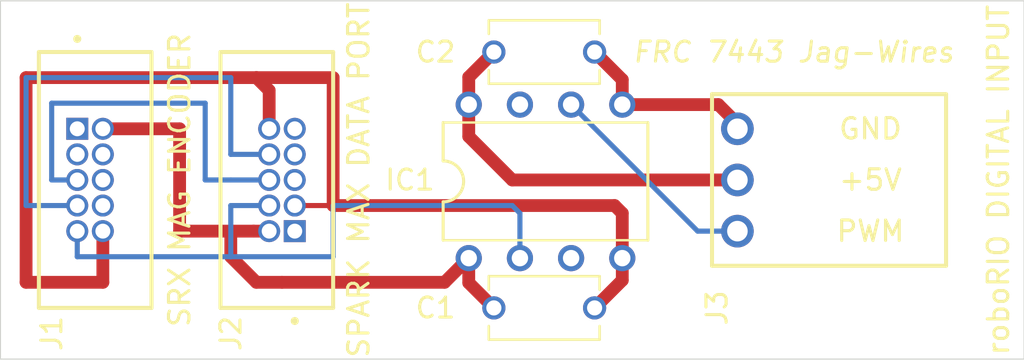
<source format=kicad_pcb>
(kicad_pcb (version 20171130) (host pcbnew "(5.1.10)-1")

  (general
    (thickness 1.6)
    (drawings 13)
    (tracks 58)
    (zones 0)
    (modules 6)
    (nets 20)
  )

  (page USLetter)
  (title_block
    (title Kobe)
    (date 2021-06-30)
  )

  (layers
    (0 F.Cu signal)
    (31 B.Cu signal)
    (37 F.SilkS user)
    (38 B.Mask user hide)
    (39 F.Mask user hide)
    (44 Edge.Cuts user)
    (45 Margin user hide)
    (46 B.CrtYd user hide)
    (47 F.CrtYd user hide)
    (49 F.Fab user hide)
  )

  (setup
    (last_trace_width 0.254)
    (trace_clearance 0.10033)
    (zone_clearance 0.508)
    (zone_45_only no)
    (trace_min 0.2032)
    (via_size 0.8128)
    (via_drill 0.4064)
    (via_min_size 0.4064)
    (via_min_drill 0.3048)
    (uvia_size 0.3048)
    (uvia_drill 0.1016)
    (uvias_allowed no)
    (uvia_min_size 0.2032)
    (uvia_min_drill 0.1016)
    (edge_width 0.05)
    (segment_width 0.2)
    (pcb_text_width 0.3)
    (pcb_text_size 1.5 1.5)
    (mod_edge_width 0.12)
    (mod_text_size 1 1)
    (mod_text_width 0.15)
    (pad_size 1.524 1.524)
    (pad_drill 0.762)
    (pad_to_mask_clearance 0)
    (aux_axis_origin 118.11 157.48)
    (grid_origin 118.11 157.48)
    (visible_elements 7FFFFFFF)
    (pcbplotparams
      (layerselection 0x010e0_ffffffff)
      (usegerberextensions false)
      (usegerberattributes true)
      (usegerberadvancedattributes true)
      (creategerberjobfile true)
      (excludeedgelayer true)
      (linewidth 0.101600)
      (plotframeref false)
      (viasonmask false)
      (mode 1)
      (useauxorigin false)
      (hpglpennumber 1)
      (hpglpenspeed 20)
      (hpglpendiameter 15.000000)
      (psnegative false)
      (psa4output false)
      (plotreference true)
      (plotvalue true)
      (plotinvisibletext false)
      (padsonsilk false)
      (subtractmaskfromsilk false)
      (outputformat 1)
      (mirror false)
      (drillshape 0)
      (scaleselection 1)
      (outputdirectory "Gerber/"))
  )

  (net 0 "")
  (net 1 "Net-(IC1-Pad3)")
  (net 2 "Net-(IC1-Pad7)")
  (net 3 "Net-(J1-Pad01)")
  (net 4 "Net-(J1-Pad03)")
  (net 5 "Net-(J1-Pad04)")
  (net 6 "Net-(J1-Pad06)")
  (net 7 "Net-(J1-Pad08)")
  (net 8 "Net-(J2-Pad09)")
  (net 9 "Net-(J2-Pad01)")
  (net 10 "Net-(J2-Pad05)")
  (net 11 "Net-(J2-Pad07)")
  (net 12 +5V)
  (net 13 GND)
  (net 14 /+5V_)
  (net 15 /GND_)
  (net 16 /PWM_)
  (net 17 /PWM)
  (net 18 /BtoA)
  (net 19 /AtoB)

  (net_class Default "This is the default net class."
    (clearance 0.10033)
    (trace_width 0.254)
    (via_dia 0.8128)
    (via_drill 0.4064)
    (uvia_dia 0.3048)
    (uvia_drill 0.1016)
    (diff_pair_width 0.2032)
    (diff_pair_gap 0.254)
    (add_net /AtoB)
    (add_net /BtoA)
    (add_net /PWM)
    (add_net /PWM_)
    (add_net "Net-(IC1-Pad3)")
    (add_net "Net-(IC1-Pad7)")
    (add_net "Net-(J1-Pad01)")
    (add_net "Net-(J1-Pad03)")
    (add_net "Net-(J1-Pad04)")
    (add_net "Net-(J1-Pad06)")
    (add_net "Net-(J1-Pad08)")
    (add_net "Net-(J2-Pad01)")
    (add_net "Net-(J2-Pad05)")
    (add_net "Net-(J2-Pad07)")
    (add_net "Net-(J2-Pad09)")
  )

  (net_class Heavy ""
    (clearance 0.10033)
    (trace_width 0.635)
    (via_dia 1.6256)
    (via_drill 0.8128)
    (uvia_dia 0.3048)
    (uvia_drill 0.1016)
    (diff_pair_width 0.2032)
    (diff_pair_gap 0.254)
    (add_net +5V)
    (add_net /+5V_)
    (add_net /GND_)
    (add_net GND)
  )

  (module TSW-103-08-F-S-RA:TSW-103-08-F-S-RA (layer F.Cu) (tedit 6101969F) (tstamp 60F91B28)
    (at 157.48 148.59 270)
    (descr "translated Allegro footprint")
    (path /60F8CACE)
    (fp_text reference J3 (at 6.35 3.81 90) (layer F.SilkS)
      (effects (font (size 1 1) (thickness 0.15)))
    )
    (fp_text value TSW-103-08-F-S-RA (at 0 3.1765 90) (layer F.Fab)
      (effects (font (size 0.5 0.5) (thickness 0.15)))
    )
    (fp_text user 3 (at 4.60101 3.429 90) (layer F.Fab)
      (effects (font (size 1 1) (thickness 0.15)))
    )
    (fp_text user 7.620 (at -0.659994 -7.43501 90) (layer Dwgs.User)
      (effects (font (size 0.2 0.2) (thickness 0.15)))
    )
    (fp_text user 2.540 (at -5.928 0.127 90) (layer Dwgs.User)
      (effects (font (size 0.2 0.2) (thickness 0.15)))
    )
    (fp_text user 5.080 (at -5.677 6.35 90) (layer Dwgs.User)
      (effects (font (size 0.2 0.2) (thickness 0.15)))
    )
    (fp_text user 2.540 (at -5.931 5.207 90) (layer Dwgs.User)
      (effects (font (size 0.2 0.2) (thickness 0.15)))
    )
    (fp_circle (center 2.54 2.794) (end 3.400984 2.794) (layer B.Mask) (width 0.1))
    (fp_circle (center 2.54 2.794) (end 3.400984 2.794) (layer F.Mask) (width 0.1))
    (fp_circle (center 0 2.794) (end 0.860984 2.794) (layer B.Mask) (width 0.1))
    (fp_circle (center 0 2.794) (end 0.860984 2.794) (layer F.Mask) (width 0.1))
    (fp_circle (center -2.54 2.794) (end -1.679016 2.794) (layer B.Mask) (width 0.1))
    (fp_circle (center -2.54 2.794) (end -1.679016 2.794) (layer F.Mask) (width 0.1))
    (fp_line (start 3.81 -1.97099) (end 3.81 -8.263) (layer Dwgs.User) (width 0.1))
    (fp_line (start 3.23799 -7.482) (end 3.175 -7.40301) (layer Dwgs.User) (width 0.1))
    (fp_line (start 3.81 -7.56201) (end 3.23799 -7.482) (layer Dwgs.User) (width 0.1))
    (fp_line (start 3.302 -7.56201) (end 3.81 -7.56201) (layer Dwgs.User) (width 0.1))
    (fp_line (start 3.23799 -7.64101) (end 3.302 -7.56201) (layer Dwgs.User) (width 0.1))
    (fp_line (start 3.81 -7.56201) (end 3.23799 -7.64101) (layer Dwgs.User) (width 0.1))
    (fp_line (start 3.302 -7.56201) (end 3.175 -7.40301) (layer Dwgs.User) (width 0.1))
    (fp_line (start 3.175 -7.72) (end 3.302 -7.56201) (layer Dwgs.User) (width 0.1))
    (fp_line (start 3.81 -7.56201) (end 3.175 -7.72) (layer Dwgs.User) (width 0.1))
    (fp_line (start 3.175 -7.40301) (end 3.81 -7.56201) (layer Dwgs.User) (width 0.1))
    (fp_line (start 0.851002 -7.56201) (end 3.81 -7.56201) (layer Dwgs.User) (width 0.1))
    (fp_line (start 2.22199 -6.807) (end 2.22199 -1.27) (layer F.Fab) (width 0.1))
    (fp_line (start 2.39799 -7.112) (end 2.22199 -6.807) (layer F.Fab) (width 0.1))
    (fp_line (start 2.68201 -7.112) (end 2.39799 -7.112) (layer F.Fab) (width 0.1))
    (fp_line (start 2.85801 -6.807) (end 2.68201 -7.112) (layer F.Fab) (width 0.1))
    (fp_line (start 2.85801 -1.27) (end 2.85801 -6.807) (layer F.Fab) (width 0.1))
    (fp_line (start 1.524 -1.27) (end 3.81 -1.27) (layer F.Fab) (width 0.1))
    (fp_line (start 1.27 -1.016) (end 1.524 -1.27) (layer F.Fab) (width 0.1))
    (fp_line (start 1.27 0.508) (end 1.524 0.762) (layer F.Fab) (width 0.1))
    (fp_line (start 2.85801 3.11201) (end 2.85801 0.762) (layer F.Fab) (width 0.1))
    (fp_line (start 2.22199 3.11201) (end 2.85801 3.11201) (layer F.Fab) (width 0.1))
    (fp_line (start 2.22199 0.762) (end 2.22199 3.11201) (layer F.Fab) (width 0.1))
    (fp_line (start 1.524 1.27) (end 1.524 0.762) (layer F.Fab) (width 0.1))
    (fp_line (start 1.95301 1.27) (end 1.524 1.27) (layer F.Fab) (width 0.1))
    (fp_line (start 1.95301 0.762) (end 1.95301 1.27) (layer F.Fab) (width 0.1))
    (fp_line (start 3.12699 0.762) (end 1.95301 0.762) (layer F.Fab) (width 0.1))
    (fp_line (start 3.12699 1.27) (end 3.12699 0.762) (layer F.Fab) (width 0.1))
    (fp_line (start 3.559 1.27) (end 3.12699 1.27) (layer F.Fab) (width 0.1))
    (fp_line (start 3.55801 0.762) (end 3.559 1.27) (layer F.Fab) (width 0.1))
    (fp_line (start 3.81 0.762) (end 3.55801 0.762) (layer F.Fab) (width 0.1))
    (fp_line (start 3.81 -1.27) (end 3.81 0.762) (layer F.Fab) (width 0.1))
    (fp_line (start 1.96799 6.30199) (end 1.905 6.382) (layer Dwgs.User) (width 0.1))
    (fp_line (start 2.54 6.223) (end 1.96799 6.30199) (layer Dwgs.User) (width 0.1))
    (fp_line (start 2.032 6.223) (end 2.54 6.223) (layer Dwgs.User) (width 0.1))
    (fp_line (start 1.96799 6.14401) (end 2.032 6.223) (layer Dwgs.User) (width 0.1))
    (fp_line (start 2.54 6.223) (end 1.96799 6.14401) (layer Dwgs.User) (width 0.1))
    (fp_line (start 2.032 6.223) (end 1.905 6.382) (layer Dwgs.User) (width 0.1))
    (fp_line (start 1.905 6.064) (end 2.032 6.223) (layer Dwgs.User) (width 0.1))
    (fp_line (start 2.54 6.223) (end 1.905 6.064) (layer Dwgs.User) (width 0.1))
    (fp_line (start 1.905 6.382) (end 2.54 6.223) (layer Dwgs.User) (width 0.1))
    (fp_line (start 2.54 3.49499) (end 2.54 6.92399) (layer Dwgs.User) (width 0.1))
    (fp_line (start -0.318008 -6.807) (end -0.318008 -1.27) (layer F.Fab) (width 0.1))
    (fp_line (start -0.142011 -7.112) (end -0.318008 -6.807) (layer F.Fab) (width 0.1))
    (fp_line (start 0.142011 -7.112) (end -0.142011 -7.112) (layer F.Fab) (width 0.1))
    (fp_line (start 0.318008 -6.807) (end 0.142011 -7.112) (layer F.Fab) (width 0.1))
    (fp_line (start 0.318008 -1.27) (end 0.318008 -6.807) (layer F.Fab) (width 0.1))
    (fp_line (start 1.016 -1.27) (end 1.27 -1.016) (layer F.Fab) (width 0.1))
    (fp_line (start -1.016 -1.27) (end 1.016 -1.27) (layer F.Fab) (width 0.1))
    (fp_line (start -1.27 -1.016) (end -1.016 -1.27) (layer F.Fab) (width 0.1))
    (fp_line (start -2.85801 -6.807) (end -2.85801 -1.27) (layer F.Fab) (width 0.1))
    (fp_line (start -2.68201 -7.112) (end -2.85801 -6.807) (layer F.Fab) (width 0.1))
    (fp_line (start -2.39799 -7.112) (end -2.68201 -7.112) (layer F.Fab) (width 0.1))
    (fp_line (start -2.22199 -6.807) (end -2.39799 -7.112) (layer F.Fab) (width 0.1))
    (fp_line (start -2.22199 -1.27) (end -2.22199 -6.807) (layer F.Fab) (width 0.1))
    (fp_line (start 0.318008 3.11201) (end 0.318008 0.762) (layer F.Fab) (width 0.1))
    (fp_line (start -0.318008 3.11201) (end 0.318008 3.11201) (layer F.Fab) (width 0.1))
    (fp_line (start -0.318008 0.762) (end -0.318008 3.11201) (layer F.Fab) (width 0.1))
    (fp_line (start -1.016 0.762) (end -1.27 0.508) (layer F.Fab) (width 0.1))
    (fp_line (start -1.01699 1.27) (end -1.016 0.762) (layer F.Fab) (width 0.1))
    (fp_line (start -0.586994 1.27) (end -1.01699 1.27) (layer F.Fab) (width 0.1))
    (fp_line (start -0.586994 0.762) (end -0.586994 1.27) (layer F.Fab) (width 0.1))
    (fp_line (start 0.586994 0.762) (end -0.586994 0.762) (layer F.Fab) (width 0.1))
    (fp_line (start 0.586994 1.27) (end 0.586994 0.762) (layer F.Fab) (width 0.1))
    (fp_line (start 1.016 1.27) (end 0.586994 1.27) (layer F.Fab) (width 0.1))
    (fp_line (start 1.016 0.762) (end 1.016 1.27) (layer F.Fab) (width 0.1))
    (fp_line (start 1.27 0.508) (end 1.016 0.762) (layer F.Fab) (width 0.1))
    (fp_line (start -2.22199 3.11201) (end -2.22199 0.762) (layer F.Fab) (width 0.1))
    (fp_line (start -2.85801 3.11201) (end -2.22199 3.11201) (layer F.Fab) (width 0.1))
    (fp_line (start -2.85801 0.762) (end -2.85801 3.11201) (layer F.Fab) (width 0.1))
    (fp_line (start -2.54 6.223) (end 2.54 6.223) (layer Dwgs.User) (width 0.1))
    (fp_line (start -1.96799 6.14401) (end -1.905 6.064) (layer Dwgs.User) (width 0.1))
    (fp_line (start -2.54 6.223) (end -1.96799 6.14401) (layer Dwgs.User) (width 0.1))
    (fp_line (start -2.032 6.223) (end -2.54 6.223) (layer Dwgs.User) (width 0.1))
    (fp_line (start -1.96799 6.30199) (end -2.032 6.223) (layer Dwgs.User) (width 0.1))
    (fp_line (start -2.54 6.223) (end -1.96799 6.30199) (layer Dwgs.User) (width 0.1))
    (fp_line (start -2.032 6.223) (end -1.905 6.064) (layer Dwgs.User) (width 0.1))
    (fp_line (start -1.905 6.382) (end -2.032 6.223) (layer Dwgs.User) (width 0.1))
    (fp_line (start -2.54 6.223) (end -1.905 6.382) (layer Dwgs.User) (width 0.1))
    (fp_line (start -1.905 6.064) (end -2.54 6.223) (layer Dwgs.User) (width 0.1))
    (fp_line (start -2.54 3.49499) (end -2.54 6.92399) (layer Dwgs.User) (width 0.1))
    (fp_line (start -0.572008 5.15899) (end -0.635 5.239) (layer Dwgs.User) (width 0.1))
    (fp_line (start 0 5.08) (end -0.572008 5.15899) (layer Dwgs.User) (width 0.1))
    (fp_line (start -0.508 5.08) (end 0 5.08) (layer Dwgs.User) (width 0.1))
    (fp_line (start -0.572008 5.00101) (end -0.508 5.08) (layer Dwgs.User) (width 0.1))
    (fp_line (start 0 5.08) (end -0.572008 5.00101) (layer Dwgs.User) (width 0.1))
    (fp_line (start -0.508 5.08) (end -0.635 5.239) (layer Dwgs.User) (width 0.1))
    (fp_line (start -0.635 4.921) (end -0.508 5.08) (layer Dwgs.User) (width 0.1))
    (fp_line (start 0 5.08) (end -0.635 4.921) (layer Dwgs.User) (width 0.1))
    (fp_line (start -0.635 5.239) (end 0 5.08) (layer Dwgs.User) (width 0.1))
    (fp_line (start -2.54 5.08) (end 0 5.08) (layer Dwgs.User) (width 0.1))
    (fp_line (start -1.96799 5.00101) (end -1.905 4.921) (layer Dwgs.User) (width 0.1))
    (fp_line (start -2.54 5.08) (end -1.96799 5.00101) (layer Dwgs.User) (width 0.1))
    (fp_line (start -2.032 5.08) (end -2.54 5.08) (layer Dwgs.User) (width 0.1))
    (fp_line (start -1.96799 5.15899) (end -2.032 5.08) (layer Dwgs.User) (width 0.1))
    (fp_line (start -2.54 5.08) (end -1.96799 5.15899) (layer Dwgs.User) (width 0.1))
    (fp_line (start -2.032 5.08) (end -1.905 4.921) (layer Dwgs.User) (width 0.1))
    (fp_line (start -1.905 5.239) (end -2.032 5.08) (layer Dwgs.User) (width 0.1))
    (fp_line (start -2.54 5.08) (end -1.905 5.239) (layer Dwgs.User) (width 0.1))
    (fp_line (start -1.905 4.921) (end -2.54 5.08) (layer Dwgs.User) (width 0.1))
    (fp_line (start 0 3.49499) (end 0 5.78099) (layer Dwgs.User) (width 0.1))
    (fp_line (start -2.54 3.49499) (end -2.54 5.78099) (layer Dwgs.User) (width 0.1))
    (fp_line (start -3.23799 -7.64101) (end -3.175 -7.72) (layer Dwgs.User) (width 0.1))
    (fp_line (start -3.81 -7.56201) (end -3.23799 -7.64101) (layer Dwgs.User) (width 0.1))
    (fp_line (start -3.302 -7.56201) (end -3.81 -7.56201) (layer Dwgs.User) (width 0.1))
    (fp_line (start -3.23799 -7.482) (end -3.302 -7.56201) (layer Dwgs.User) (width 0.1))
    (fp_line (start -3.81 -7.56201) (end -3.23799 -7.482) (layer Dwgs.User) (width 0.1))
    (fp_line (start -3.302 -7.56201) (end -3.175 -7.72) (layer Dwgs.User) (width 0.1))
    (fp_line (start -3.175 -7.40301) (end -3.302 -7.56201) (layer Dwgs.User) (width 0.1))
    (fp_line (start -3.81 -7.56201) (end -3.175 -7.40301) (layer Dwgs.User) (width 0.1))
    (fp_line (start -3.175 -7.72) (end -3.81 -7.56201) (layer Dwgs.User) (width 0.1))
    (fp_line (start -0.851002 -7.56201) (end -3.81 -7.56201) (layer Dwgs.User) (width 0.1))
    (fp_line (start -5.18899 -0.697992) (end -5.10901 -0.635) (layer Dwgs.User) (width 0.1))
    (fp_line (start -5.26801 -1.27) (end -5.18899 -0.697992) (layer Dwgs.User) (width 0.1))
    (fp_line (start -5.26801 -0.762) (end -5.26801 -1.27) (layer Dwgs.User) (width 0.1))
    (fp_line (start -5.34701 -0.697992) (end -5.26801 -0.762) (layer Dwgs.User) (width 0.1))
    (fp_line (start -5.26801 -1.27) (end -5.34701 -0.697992) (layer Dwgs.User) (width 0.1))
    (fp_line (start -5.26801 -0.762) (end -5.10901 -0.635) (layer Dwgs.User) (width 0.1))
    (fp_line (start -5.42699 -0.635) (end -5.26801 -0.762) (layer Dwgs.User) (width 0.1))
    (fp_line (start -5.26801 -1.27) (end -5.42699 -0.635) (layer Dwgs.User) (width 0.1))
    (fp_line (start -5.10901 -0.635) (end -5.26801 -1.27) (layer Dwgs.User) (width 0.1))
    (fp_line (start -5.26801 -0.318008) (end -5.26801 -1.27) (layer Dwgs.User) (width 0.1))
    (fp_line (start -4.51099 -1.27) (end -5.969 -1.27) (layer Dwgs.User) (width 0.1))
    (fp_line (start -3.81 -1.97099) (end -3.81 -8.263) (layer Dwgs.User) (width 0.1))
    (fp_line (start -1.524 -1.27) (end -1.27 -1.016) (layer F.Fab) (width 0.1))
    (fp_line (start -3.81 -1.27) (end -1.524 -1.27) (layer F.Fab) (width 0.1))
    (fp_line (start -1.524 0.762) (end -1.27 0.508) (layer F.Fab) (width 0.1))
    (fp_line (start -1.524 1.27) (end -1.524 0.762) (layer F.Fab) (width 0.1))
    (fp_line (start -1.95301 1.27) (end -1.524 1.27) (layer F.Fab) (width 0.1))
    (fp_line (start -1.95301 0.762) (end -1.95301 1.27) (layer F.Fab) (width 0.1))
    (fp_line (start -3.12699 0.762) (end -1.95301 0.762) (layer F.Fab) (width 0.1))
    (fp_line (start -3.12699 1.27) (end -3.12699 0.762) (layer F.Fab) (width 0.1))
    (fp_line (start -3.559 1.27) (end -3.12699 1.27) (layer F.Fab) (width 0.1))
    (fp_line (start -3.55801 0.762) (end -3.559 1.27) (layer F.Fab) (width 0.1))
    (fp_line (start -3.81 0.762) (end -3.55801 0.762) (layer F.Fab) (width 0.1))
    (fp_line (start -3.81 -1.27) (end -3.81 0.762) (layer F.Fab) (width 0.1))
    (fp_line (start -5.34701 0.697992) (end -5.42699 0.635) (layer Dwgs.User) (width 0.1))
    (fp_line (start -5.26801 1.27) (end -5.34701 0.697992) (layer Dwgs.User) (width 0.1))
    (fp_line (start -5.26801 0.762) (end -5.26801 1.27) (layer Dwgs.User) (width 0.1))
    (fp_line (start -5.18899 0.697992) (end -5.26801 0.762) (layer Dwgs.User) (width 0.1))
    (fp_line (start -5.26801 1.27) (end -5.18899 0.697992) (layer Dwgs.User) (width 0.1))
    (fp_line (start -5.26801 0.762) (end -5.42699 0.635) (layer Dwgs.User) (width 0.1))
    (fp_line (start -5.10901 0.635) (end -5.26801 0.762) (layer Dwgs.User) (width 0.1))
    (fp_line (start -5.26801 1.27) (end -5.10901 0.635) (layer Dwgs.User) (width 0.1))
    (fp_line (start -5.42699 0.635) (end -5.26801 1.27) (layer Dwgs.User) (width 0.1))
    (fp_line (start -5.26801 0.318008) (end -5.26801 1.27) (layer Dwgs.User) (width 0.1))
    (fp_line (start -4.51099 1.27) (end -5.969 1.27) (layer Dwgs.User) (width 0.1))
    (fp_line (start 4.26001 -7.56201) (end -4.26001 -7.56201) (layer Dwgs.User) (width 0.1))
    (fp_line (start 4.26001 -7.56201) (end -4.26001 -7.56201) (layer F.SilkS) (width 0.2))
    (fp_line (start 4.26001 4.05501) (end 4.26001 -7.56201) (layer Dwgs.User) (width 0.1))
    (fp_line (start 4.26001 4.05501) (end 4.26001 -7.56201) (layer F.SilkS) (width 0.2))
    (fp_line (start -4.26001 4.05501) (end 4.26001 4.05501) (layer Dwgs.User) (width 0.1))
    (fp_line (start -4.26001 4.05501) (end 4.26001 4.05501) (layer F.SilkS) (width 0.2))
    (fp_line (start -4.26001 -7.56201) (end -4.26001 4.05501) (layer Dwgs.User) (width 0.1))
    (fp_line (start -4.26001 -7.56201) (end -4.26001 4.05501) (layer F.SilkS) (width 0.2))
    (fp_line (start -4.16601 6.223) (end -2.54 6.223) (layer Dwgs.User) (width 0.1))
    (fp_line (start -4.42001 5.08) (end -2.54 5.08) (layer Dwgs.User) (width 0.1))
    (fp_poly (pts (xy 5.25701 -8.55901) (xy -5.25701 -8.55901) (xy -5.25701 5.05201) (xy 5.25701 5.05201)
      (xy 5.25701 -8.55901)) (layer F.CrtYd) (width 0))
    (fp_poly (pts (xy -5.94101 6.19501) (xy -5.94101 -0.607009) (xy 5.94101 -0.607009) (xy 5.94101 6.19501)
      (xy -5.94101 6.19501)) (layer B.CrtYd) (width 0))
    (pad 3 thru_hole circle (at 2.54 2.794 270) (size 1.62001 1.62001) (drill 1.01999) (layers *.Cu)
      (net 16 /PWM_))
    (pad 2 thru_hole circle (at 0 2.794 270) (size 1.62001 1.62001) (drill 1.01999) (layers *.Cu)
      (net 14 /+5V_))
    (pad 1 thru_hole circle (at -2.54 2.794 270) (size 1.62001 1.62001) (drill 1.01999) (layers *.Cu)
      (net 15 /GND_))
    (model ${KIPRJMOD}/TSW-103-08-F-S-RA/TSW-103-08-F-S-RA.step
      (offset (xyz 0 -1 1.25))
      (scale (xyz 1 1 1))
      (rotate (xyz 0 180 0))
    )
  )

  (module SHF-105-01-X-D-TH:SAMTEC_SHF-105-01-X-D-TH (layer F.Cu) (tedit 610197D1) (tstamp 60ECDDD5)
    (at 132.08 148.59 90)
    (path /60ECE784)
    (fp_text reference J2 (at -7.62 -2.54 90) (layer F.SilkS)
      (effects (font (size 1 1) (thickness 0.15)))
    )
    (fp_text value SHF-105-01-X-D-TH (at 8.74 3.635 90) (layer F.Fab)
      (effects (font (size 1 1) (thickness 0.15)))
    )
    (fp_circle (center -7 0.635) (end -6.9 0.635) (layer F.Fab) (width 0.2))
    (fp_circle (center -7 0.635) (end -6.9 0.635) (layer F.SilkS) (width 0.2))
    (fp_line (start 6.6 2.79) (end -6.6 2.79) (layer F.CrtYd) (width 0.05))
    (fp_line (start 6.6 -3.3) (end 6.6 2.79) (layer F.CrtYd) (width 0.05))
    (fp_line (start -6.6 -3.3) (end 6.6 -3.3) (layer F.CrtYd) (width 0.05))
    (fp_line (start -6.6 2.79) (end -6.6 -3.3) (layer F.CrtYd) (width 0.05))
    (fp_line (start 6.35 2.54) (end -6.35 2.54) (layer F.SilkS) (width 0.2))
    (fp_line (start 6.35 -3.05) (end -6.35 -3.05) (layer F.SilkS) (width 0.2))
    (fp_line (start 6.35 -3.05) (end 6.35 2.54) (layer F.SilkS) (width 0.2))
    (fp_line (start -6.35 2.54) (end -6.35 -3.05) (layer F.SilkS) (width 0.2))
    (fp_line (start 6.35 -3.05) (end 6.35 2.54) (layer F.Fab) (width 0.1))
    (fp_line (start -6.35 -3.05) (end 6.35 -3.05) (layer F.Fab) (width 0.1))
    (fp_line (start -6.35 2.54) (end -6.35 -3.05) (layer F.Fab) (width 0.1))
    (fp_line (start 6.35 2.54) (end -6.35 2.54) (layer F.Fab) (width 0.1))
    (pad 10 thru_hole circle (at 2.54 -0.635 90) (size 1.09 1.09) (drill 0.74) (layers *.Cu *.Mask)
      (net 13 GND))
    (pad 09 thru_hole circle (at 2.54 0.635 90) (size 1.09 1.09) (drill 0.74) (layers *.Cu *.Mask)
      (net 8 "Net-(J2-Pad09)"))
    (pad 08 thru_hole circle (at 1.27 -0.635 90) (size 1.09 1.09) (drill 0.74) (layers *.Cu *.Mask)
      (net 19 /AtoB))
    (pad 07 thru_hole circle (at 1.27 0.635 90) (size 1.09 1.09) (drill 0.74) (layers *.Cu *.Mask)
      (net 11 "Net-(J2-Pad07)"))
    (pad 06 thru_hole circle (at 0 -0.635 90) (size 1.09 1.09) (drill 0.74) (layers *.Cu *.Mask)
      (net 18 /BtoA))
    (pad 05 thru_hole circle (at 0 0.635 90) (size 1.09 1.09) (drill 0.74) (layers *.Cu *.Mask)
      (net 10 "Net-(J2-Pad05)"))
    (pad 04 thru_hole circle (at -1.27 -0.635 90) (size 1.09 1.09) (drill 0.74) (layers *.Cu *.Mask)
      (net 17 /PWM))
    (pad 03 thru_hole circle (at -1.27 0.635 90) (size 1.09 1.09) (drill 0.74) (layers *.Cu *.Mask)
      (net 13 GND))
    (pad 02 thru_hole circle (at -2.54 -0.635 90) (size 1.09 1.09) (drill 0.74) (layers *.Cu *.Mask)
      (net 12 +5V))
    (pad 01 thru_hole rect (at -2.54 0.635 90) (size 1.09 1.09) (drill 0.74) (layers *.Cu *.Mask)
      (net 9 "Net-(J2-Pad01)"))
    (model ${KIPRJMOD}/SHF-105-01-X-D-TH/SHF-105-01-X-D-TH.step
      (at (xyz 0 0 0))
      (scale (xyz 1 1 1))
      (rotate (xyz -90 0 0))
    )
  )

  (module SHF-105-01-X-D-TH:SAMTEC_SHF-105-01-X-D-TH (layer F.Cu) (tedit 610197D1) (tstamp 60ECDDB9)
    (at 122.555 148.59 270)
    (path /60ECDB5A)
    (fp_text reference J1 (at 7.62 1.905 90) (layer F.SilkS)
      (effects (font (size 1 1) (thickness 0.15)))
    )
    (fp_text value SHF-105-01-X-D-TH (at 8.74 3.635 90) (layer F.Fab)
      (effects (font (size 1 1) (thickness 0.15)))
    )
    (fp_circle (center -7 0.635) (end -6.9 0.635) (layer F.Fab) (width 0.2))
    (fp_circle (center -7 0.635) (end -6.9 0.635) (layer F.SilkS) (width 0.2))
    (fp_line (start 6.6 2.79) (end -6.6 2.79) (layer F.CrtYd) (width 0.05))
    (fp_line (start 6.6 -3.3) (end 6.6 2.79) (layer F.CrtYd) (width 0.05))
    (fp_line (start -6.6 -3.3) (end 6.6 -3.3) (layer F.CrtYd) (width 0.05))
    (fp_line (start -6.6 2.79) (end -6.6 -3.3) (layer F.CrtYd) (width 0.05))
    (fp_line (start 6.35 2.54) (end -6.35 2.54) (layer F.SilkS) (width 0.2))
    (fp_line (start 6.35 -3.05) (end -6.35 -3.05) (layer F.SilkS) (width 0.2))
    (fp_line (start 6.35 -3.05) (end 6.35 2.54) (layer F.SilkS) (width 0.2))
    (fp_line (start -6.35 2.54) (end -6.35 -3.05) (layer F.SilkS) (width 0.2))
    (fp_line (start 6.35 -3.05) (end 6.35 2.54) (layer F.Fab) (width 0.1))
    (fp_line (start -6.35 -3.05) (end 6.35 -3.05) (layer F.Fab) (width 0.1))
    (fp_line (start -6.35 2.54) (end -6.35 -3.05) (layer F.Fab) (width 0.1))
    (fp_line (start 6.35 2.54) (end -6.35 2.54) (layer F.Fab) (width 0.1))
    (pad 10 thru_hole circle (at 2.54 -0.635 270) (size 1.09 1.09) (drill 0.74) (layers *.Cu *.Mask)
      (net 13 GND))
    (pad 09 thru_hole circle (at 2.54 0.635 270) (size 1.09 1.09) (drill 0.74) (layers *.Cu *.Mask)
      (net 17 /PWM))
    (pad 08 thru_hole circle (at 1.27 -0.635 270) (size 1.09 1.09) (drill 0.74) (layers *.Cu *.Mask)
      (net 7 "Net-(J1-Pad08)"))
    (pad 07 thru_hole circle (at 1.27 0.635 270) (size 1.09 1.09) (drill 0.74) (layers *.Cu *.Mask)
      (net 19 /AtoB))
    (pad 06 thru_hole circle (at 0 -0.635 270) (size 1.09 1.09) (drill 0.74) (layers *.Cu *.Mask)
      (net 6 "Net-(J1-Pad06)"))
    (pad 05 thru_hole circle (at 0 0.635 270) (size 1.09 1.09) (drill 0.74) (layers *.Cu *.Mask)
      (net 18 /BtoA))
    (pad 04 thru_hole circle (at -1.27 -0.635 270) (size 1.09 1.09) (drill 0.74) (layers *.Cu *.Mask)
      (net 5 "Net-(J1-Pad04)"))
    (pad 03 thru_hole circle (at -1.27 0.635 270) (size 1.09 1.09) (drill 0.74) (layers *.Cu *.Mask)
      (net 4 "Net-(J1-Pad03)"))
    (pad 02 thru_hole circle (at -2.54 -0.635 270) (size 1.09 1.09) (drill 0.74) (layers *.Cu *.Mask)
      (net 12 +5V))
    (pad 01 thru_hole rect (at -2.54 0.635 270) (size 1.09 1.09) (drill 0.74) (layers *.Cu *.Mask)
      (net 3 "Net-(J1-Pad01)"))
    (model ${KIPRJMOD}/SHF-105-01-X-D-TH/SHF-105-01-X-D-TH.step
      (at (xyz 0 0 0))
      (scale (xyz 1 1 1))
      (rotate (xyz -90 0 0))
    )
  )

  (module HCPL-7721-000E:DIL08 (layer F.Cu) (tedit 6101986C) (tstamp 60DC6F78)
    (at 145.1612 148.659999)
    (descr "<b>Dual In Line Package</b>")
    (path /60DC4004)
    (fp_text reference IC1 (at -6.7312 -0.069999 180) (layer F.SilkS)
      (effects (font (size 1.000331 1.000331) (thickness 0.15)))
    )
    (fp_text value HCPL-7721-000E (at -0.38174 0.000001) (layer F.Fab)
      (effects (font (size 1.001937 1.001937) (thickness 0.15)))
    )
    (fp_arc (start -5.08 0) (end -5.08 1.016) (angle -180) (layer F.SilkS) (width 0.1524))
    (fp_line (start -5.08 2.921) (end -5.08 1.016) (layer F.SilkS) (width 0.1524))
    (fp_line (start -5.08 -2.921) (end -5.08 -1.016) (layer F.SilkS) (width 0.1524))
    (fp_line (start 5.08 -2.921) (end 5.08 2.921) (layer F.SilkS) (width 0.1524))
    (fp_line (start -5.08 2.921) (end 5.08 2.921) (layer F.Fab) (width 0.1524))
    (fp_line (start 5.08 -2.921) (end -5.08 -2.921) (layer F.Fab) (width 0.1524))
    (pad 5 thru_hole circle (at 3.81 -3.81) (size 1.3 1.3) (drill 0.8128) (layers *.Cu *.Mask)
      (net 15 /GND_))
    (pad 6 thru_hole circle (at 1.27 -3.81) (size 1.3 1.3) (drill 0.8128) (layers *.Cu *.Mask)
      (net 16 /PWM_))
    (pad 4 thru_hole circle (at 3.81 3.81) (size 1.3 1.3) (drill 0.8128) (layers *.Cu *.Mask)
      (net 13 GND))
    (pad 3 thru_hole circle (at 1.27 3.81) (size 1.3 1.3) (drill 0.8128) (layers *.Cu *.Mask)
      (net 1 "Net-(IC1-Pad3)"))
    (pad 8 thru_hole circle (at -3.81 -3.81) (size 1.3 1.3) (drill 0.8128) (layers *.Cu *.Mask)
      (net 14 /+5V_))
    (pad 7 thru_hole circle (at -1.27 -3.81) (size 1.3 1.3) (drill 0.8128) (layers *.Cu *.Mask)
      (net 2 "Net-(IC1-Pad7)"))
    (pad 2 thru_hole circle (at -1.27 3.81) (size 1.3 1.3) (drill 0.8128) (layers *.Cu *.Mask)
      (net 17 /PWM))
    (pad 1 thru_hole circle (at -3.81 3.81) (size 1.3 1.3) (drill 0.8128) (layers *.Cu *.Mask)
      (net 12 +5V))
    (model ${KIPRJMOD}/HCPL-7721-000E/HCPL-7721-000E.step
      (at (xyz 0 0 0))
      (scale (xyz 1 1 1))
      (rotate (xyz -90 0 0))
    )
  )

  (module RDE5C1H104J2K1H03B:CAP_RDE5C1H104J2K1H03B (layer F.Cu) (tedit 6101980F) (tstamp 60DC6F66)
    (at 145.0975 142.24 180)
    (path /60DC3604)
    (fp_text reference C2 (at 5.3975 0) (layer F.SilkS)
      (effects (font (size 1 1) (thickness 0.15)))
    )
    (fp_text value RDE5C1H104J2K1H03B (at 10.57 2.565) (layer F.Fab)
      (effects (font (size 1 1) (thickness 0.15)))
    )
    (fp_line (start 2.75 0.9) (end 2.75 1.575) (layer F.SilkS) (width 0.127))
    (fp_line (start 2.75 -1.575) (end 2.75 -0.9) (layer F.SilkS) (width 0.127))
    (fp_line (start -2.75 1.575) (end -2.75 0.9) (layer F.SilkS) (width 0.127))
    (fp_line (start -2.75 -1.575) (end -2.75 -0.9) (layer F.SilkS) (width 0.127))
    (fp_line (start 2.75 -1.575) (end -2.75 -1.575) (layer F.SilkS) (width 0.127))
    (fp_line (start 3.34 1.825) (end -3.34 1.825) (layer F.CrtYd) (width 0.05))
    (fp_line (start 3.34 -1.825) (end 3.34 1.825) (layer F.CrtYd) (width 0.05))
    (fp_line (start -3.34 -1.825) (end 3.34 -1.825) (layer F.CrtYd) (width 0.05))
    (fp_line (start -3.34 1.825) (end -3.34 -1.825) (layer F.CrtYd) (width 0.05))
    (fp_line (start 2.75 1.575) (end -2.75 1.575) (layer F.Fab) (width 0.127))
    (fp_line (start 2.75 -1.575) (end 2.75 1.575) (layer F.Fab) (width 0.127))
    (fp_line (start -2.75 -1.575) (end 2.75 -1.575) (layer F.Fab) (width 0.127))
    (fp_line (start -2.75 1.575) (end -2.75 -1.575) (layer F.Fab) (width 0.127))
    (fp_line (start 2.75 1.575) (end -2.75 1.575) (layer F.SilkS) (width 0.127))
    (pad 2 thru_hole circle (at 2.5 0 180) (size 1.15 1.15) (drill 0.75) (layers *.Cu *.Mask)
      (net 14 /+5V_))
    (pad 1 thru_hole circle (at -2.5 0 180) (size 1.15 1.15) (drill 0.75) (layers *.Cu *.Mask)
      (net 15 /GND_))
    (model ${KIPRJMOD}/RDE5C1H104J2K1H03B/RDE5C1H104J2K1H03B.step
      (at (xyz 0 0 0))
      (scale (xyz 1 1 1))
      (rotate (xyz -90 0 0))
    )
  )

  (module RDE5C1H104J2K1H03B:CAP_RDE5C1H104J2K1H03B (layer F.Cu) (tedit 6101980F) (tstamp 60DC6F52)
    (at 145.0975 154.94 180)
    (path /60DC2F04)
    (fp_text reference C1 (at 5.3975 0) (layer F.SilkS)
      (effects (font (size 1 1) (thickness 0.15)))
    )
    (fp_text value RDE5C1H104J2K1H03B (at 10.57 2.565) (layer F.Fab)
      (effects (font (size 1 1) (thickness 0.15)))
    )
    (fp_line (start 2.75 0.9) (end 2.75 1.575) (layer F.SilkS) (width 0.127))
    (fp_line (start 2.75 -1.575) (end 2.75 -0.9) (layer F.SilkS) (width 0.127))
    (fp_line (start -2.75 1.575) (end -2.75 0.9) (layer F.SilkS) (width 0.127))
    (fp_line (start -2.75 -1.575) (end -2.75 -0.9) (layer F.SilkS) (width 0.127))
    (fp_line (start 2.75 -1.575) (end -2.75 -1.575) (layer F.SilkS) (width 0.127))
    (fp_line (start 3.34 1.825) (end -3.34 1.825) (layer F.CrtYd) (width 0.05))
    (fp_line (start 3.34 -1.825) (end 3.34 1.825) (layer F.CrtYd) (width 0.05))
    (fp_line (start -3.34 -1.825) (end 3.34 -1.825) (layer F.CrtYd) (width 0.05))
    (fp_line (start -3.34 1.825) (end -3.34 -1.825) (layer F.CrtYd) (width 0.05))
    (fp_line (start 2.75 1.575) (end -2.75 1.575) (layer F.Fab) (width 0.127))
    (fp_line (start 2.75 -1.575) (end 2.75 1.575) (layer F.Fab) (width 0.127))
    (fp_line (start -2.75 -1.575) (end 2.75 -1.575) (layer F.Fab) (width 0.127))
    (fp_line (start -2.75 1.575) (end -2.75 -1.575) (layer F.Fab) (width 0.127))
    (fp_line (start 2.75 1.575) (end -2.75 1.575) (layer F.SilkS) (width 0.127))
    (pad 2 thru_hole circle (at 2.5 0 180) (size 1.15 1.15) (drill 0.75) (layers *.Cu *.Mask)
      (net 12 +5V))
    (pad 1 thru_hole circle (at -2.5 0 180) (size 1.15 1.15) (drill 0.75) (layers *.Cu *.Mask)
      (net 13 GND))
    (model ${KIPRJMOD}/RDE5C1H104J2K1H03B/RDE5C1H104J2K1H03B.step
      (at (xyz 0 0 0))
      (scale (xyz 1 1 1))
      (rotate (xyz -90 0 0))
    )
  )

  (gr_text "FRC 7443 Jag-Wires" (at 157.48 142.24) (layer F.SilkS)
    (effects (font (size 1 1) (thickness 0.15) italic))
  )
  (gr_line (start 140.0812 151.580999) (end 150.2412 151.580999) (layer F.SilkS) (width 0.12))
  (gr_line (start 140.0812 145.738999) (end 150.2412 145.738999) (layer F.SilkS) (width 0.12))
  (gr_text PWM (at 161.29 151.13) (layer F.SilkS)
    (effects (font (size 1.016 1.016) (thickness 0.1524)))
  )
  (gr_text +5V (at 161.29 148.59) (layer F.SilkS)
    (effects (font (size 1.016 1.016) (thickness 0.1524)))
  )
  (gr_text GND (at 161.29 146.05) (layer F.SilkS)
    (effects (font (size 1.016 1.016) (thickness 0.1524)))
  )
  (gr_text "roboRIO DIGITAL INPUT" (at 167.64 148.59 90) (layer F.SilkS)
    (effects (font (size 1.016 1.016) (thickness 0.1524)))
  )
  (gr_text "SPARK MAX DATA PORT" (at 135.89 148.59 90) (layer F.SilkS)
    (effects (font (size 1.016 1.016) (thickness 0.1524)))
  )
  (gr_text "SRX MAG ENCODER" (at 127 148.59 90) (layer F.SilkS)
    (effects (font (size 1.016 1.016) (thickness 0.1524)))
  )
  (gr_line (start 118.11 157.48) (end 118.11 139.7) (layer Edge.Cuts) (width 0.05) (tstamp 60DCC8C7))
  (gr_line (start 168.91 157.48) (end 118.11 157.48) (layer Edge.Cuts) (width 0.05))
  (gr_line (start 168.91 139.7) (end 168.91 157.48) (layer Edge.Cuts) (width 0.05))
  (gr_line (start 118.11 139.7) (end 168.91 139.7) (layer Edge.Cuts) (width 0.05))

  (segment (start 141.3512 153.6937) (end 142.5975 154.94) (width 0.635) (layer F.Cu) (net 12) (status 20))
  (segment (start 141.3512 152.469999) (end 141.3512 153.6937) (width 0.635) (layer F.Cu) (net 12) (status 10))
  (segment (start 131.445 151.13) (end 130.674254 151.13) (width 0.635) (layer F.Cu) (net 12))
  (segment (start 123.19 146.05) (end 127 146.05) (width 0.635) (layer F.Cu) (net 12))
  (segment (start 127 146.05) (end 127 151.13) (width 0.635) (layer F.Cu) (net 12))
  (segment (start 140.151199 153.67) (end 141.3512 152.469999) (width 0.635) (layer F.Cu) (net 12))
  (segment (start 132.08 153.67) (end 140.151199 153.67) (width 0.635) (layer F.Cu) (net 12))
  (segment (start 132.08 153.67) (end 130.81 153.67) (width 0.635) (layer F.Cu) (net 12))
  (segment (start 130.81 153.67) (end 129.54 152.4) (width 0.635) (layer F.Cu) (net 12))
  (segment (start 129.54 151.13) (end 127 151.13) (width 0.635) (layer F.Cu) (net 12))
  (segment (start 129.54 152.4) (end 129.54 151.13) (width 0.635) (layer F.Cu) (net 12))
  (segment (start 130.674254 151.13) (end 129.54 151.13) (width 0.635) (layer F.Cu) (net 12))
  (segment (start 148.9712 153.5663) (end 147.5975 154.94) (width 0.635) (layer F.Cu) (net 13) (status 20))
  (segment (start 148.9712 152.469999) (end 148.9712 153.5663) (width 0.635) (layer F.Cu) (net 13) (status 10))
  (segment (start 123.19 151.13) (end 123.19 153.67) (width 0.635) (layer F.Cu) (net 13))
  (segment (start 123.19 153.67) (end 119.38 153.67) (width 0.635) (layer F.Cu) (net 13))
  (segment (start 119.38 153.67) (end 119.38 143.51) (width 0.635) (layer F.Cu) (net 13))
  (segment (start 131.445 146.05) (end 131.445 144.145) (width 0.635) (layer F.Cu) (net 13))
  (segment (start 131.445 144.145) (end 130.81 143.51) (width 0.635) (layer F.Cu) (net 13))
  (segment (start 130.81 143.51) (end 119.38 143.51) (width 0.635) (layer F.Cu) (net 13))
  (segment (start 148.9712 150.2412) (end 148.59 149.86) (width 0.635) (layer F.Cu) (net 13))
  (segment (start 148.9712 152.469999) (end 148.9712 150.2412) (width 0.635) (layer F.Cu) (net 13))
  (segment (start 134.62 143.51) (end 134.62 149.86) (width 0.635) (layer F.Cu) (net 13))
  (segment (start 130.81 143.51) (end 134.62 143.51) (width 0.635) (layer F.Cu) (net 13))
  (segment (start 134.62 149.86) (end 148.59 149.86) (width 0.635) (layer F.Cu) (net 13))
  (segment (start 134.62 149.86) (end 132.715 149.86) (width 0.254) (layer F.Cu) (net 13))
  (segment (start 141.3512 143.4863) (end 142.5975 142.24) (width 0.635) (layer F.Cu) (net 14) (status 20))
  (segment (start 141.3512 144.849999) (end 141.3512 143.4863) (width 0.635) (layer F.Cu) (net 14) (status 10))
  (segment (start 141.3512 144.849999) (end 141.3512 146.4312) (width 0.635) (layer F.Cu) (net 14) (status 10))
  (segment (start 143.51 148.59) (end 154.94 148.59) (width 0.635) (layer F.Cu) (net 14) (status 20))
  (segment (start 141.3512 146.4312) (end 143.51 148.59) (width 0.635) (layer F.Cu) (net 14))
  (segment (start 148.9712 143.6137) (end 147.5975 142.24) (width 0.635) (layer F.Cu) (net 15) (status 20))
  (segment (start 148.9712 144.849999) (end 148.9712 143.6137) (width 0.635) (layer F.Cu) (net 15) (status 10))
  (segment (start 153.739999 144.849999) (end 154.94 146.05) (width 0.635) (layer F.Cu) (net 15) (status 20))
  (segment (start 148.9712 144.849999) (end 153.739999 144.849999) (width 0.635) (layer F.Cu) (net 15) (status 10))
  (segment (start 152.711201 151.13) (end 154.94 151.13) (width 0.254) (layer B.Cu) (net 16) (status 20))
  (segment (start 146.4312 144.849999) (end 152.711201 151.13) (width 0.254) (layer B.Cu) (net 16) (status 10))
  (segment (start 121.92 151.13) (end 121.92 152.4) (width 0.254) (layer B.Cu) (net 17))
  (segment (start 121.92 152.4) (end 129.54 152.4) (width 0.254) (layer B.Cu) (net 17))
  (segment (start 129.54 152.4) (end 129.54 149.86) (width 0.254) (layer B.Cu) (net 17))
  (segment (start 129.54 149.86) (end 131.445 149.86) (width 0.254) (layer B.Cu) (net 17))
  (segment (start 143.8912 152.469999) (end 143.8912 150.2412) (width 0.254) (layer B.Cu) (net 17))
  (segment (start 143.8912 150.2412) (end 143.51 149.86) (width 0.254) (layer B.Cu) (net 17))
  (segment (start 143.51 149.86) (end 137.16 149.86) (width 0.254) (layer B.Cu) (net 17))
  (segment (start 137.16 149.86) (end 134.62 149.86) (width 0.254) (layer B.Cu) (net 17))
  (segment (start 134.62 149.86) (end 134.62 152.4) (width 0.254) (layer B.Cu) (net 17))
  (segment (start 129.54 152.4) (end 134.62 152.4) (width 0.254) (layer B.Cu) (net 17))
  (segment (start 121.92 148.59) (end 120.65 148.59) (width 0.254) (layer B.Cu) (net 18))
  (segment (start 120.65 148.59) (end 120.65 144.78) (width 0.254) (layer B.Cu) (net 18))
  (segment (start 120.65 144.78) (end 128.27 144.78) (width 0.254) (layer B.Cu) (net 18))
  (segment (start 128.27 144.78) (end 128.27 148.59) (width 0.254) (layer B.Cu) (net 18))
  (segment (start 129.54 148.59) (end 131.445 148.59) (width 0.254) (layer B.Cu) (net 18))
  (segment (start 128.27 148.59) (end 129.54 148.59) (width 0.254) (layer B.Cu) (net 18))
  (segment (start 121.92 149.86) (end 119.38 149.86) (width 0.254) (layer B.Cu) (net 19))
  (segment (start 119.38 149.86) (end 119.38 143.51) (width 0.254) (layer B.Cu) (net 19))
  (segment (start 119.38 143.51) (end 129.54 143.51) (width 0.254) (layer B.Cu) (net 19))
  (segment (start 129.54 143.51) (end 129.54 147.32) (width 0.254) (layer B.Cu) (net 19))
  (segment (start 129.54 147.32) (end 131.445 147.32) (width 0.254) (layer B.Cu) (net 19))

)

</source>
